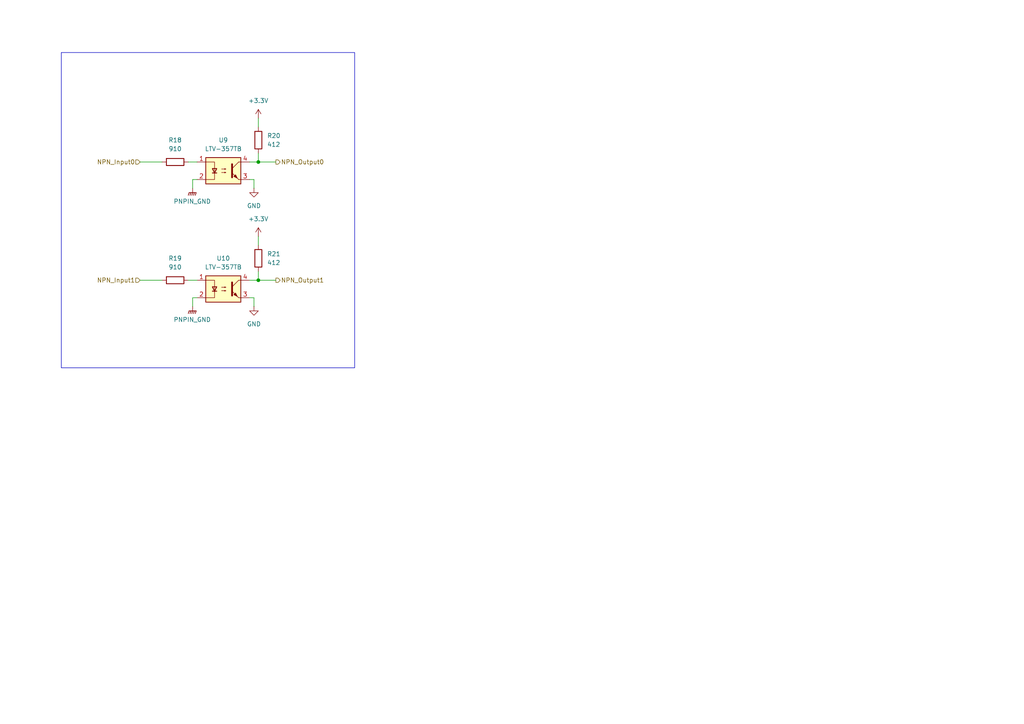
<source format=kicad_sch>
(kicad_sch (version 20250114) (generator "eeschema") (generator_version "9.0")
  (paper "A4")
  (lib_symbols
    (symbol "Device:R" (pin_numbers (hide yes)) (pin_names (offset 0))
      (property "Reference" "R" (at 2.032 0 90))
      (property "Value" "R" (at 0 0 90))
      (symbol "R_0_1"
        (rectangle (start -1.016 -2.54) (end 1.016 2.54) (stroke (width 0.254)))
      )
      (symbol "R_1_1"
        (pin passive line (at 0 3.81 270) (length 1.27) (name "~") (number "1"))
        (pin passive line (at 0 -3.81 90) (length 1.27) (name "~") (number "2"))
      )
    )
    (symbol "Isolator:LTV-357T" (pin_names (offset 1.016))
      (property "Reference" "U" (at -5.334 4.826 0))
      (property "Value" "LTV-357T" (at 0 5.08 0))
      (symbol "LTV-357T_0_1"
        (rectangle (start -5.08 3.81) (end 5.08 -3.81) (stroke (width 0.254)) (fill (type background)))
        (polyline (pts (xy -5.08 2.54) (xy -2.54 2.54) (xy -2.54 -0.762)))
        (polyline (pts (xy -3.175 -0.635) (xy -1.905 -0.635)) (stroke (width 0.254)))
        (polyline (pts (xy -2.54 -0.635) (xy -2.54 -2.54) (xy -5.08 -2.54)))
        (polyline (pts (xy -2.54 -0.635) (xy -3.175 0.635) (xy -1.905 0.635) (xy -2.54 -0.635)) (stroke (width 0.254)))
        (polyline (pts (xy -0.508 0.508) (xy 0.762 0.508) (xy 0.381 0.381) (xy 0.381 0.635) (xy 0.762 0.508)))
        (polyline (pts (xy -0.508 -0.508) (xy 0.762 -0.508) (xy 0.381 -0.635) (xy 0.381 -0.381) (xy 0.762 -0.508)))
        (polyline (pts (xy 2.54 1.905) (xy 2.54 -1.905) (xy 2.54 -1.905)) (stroke (width 0.508)))
        (polyline (pts (xy 2.54 0.635) (xy 4.445 2.54)))
        (polyline (pts (xy 3.048 -1.651) (xy 3.556 -1.143) (xy 4.064 -2.159) (xy 3.048 -1.651) (xy 3.048 -1.651)) (fill (type outline)))
        (polyline (pts (xy 4.445 2.54) (xy 5.08 2.54)))
        (polyline (pts (xy 4.445 -2.54) (xy 2.54 -0.635)) (fill (type outline)))
        (polyline (pts (xy 4.445 -2.54) (xy 5.08 -2.54)))
      )
      (symbol "LTV-357T_1_1"
        (pin passive line (at -7.62 2.54 0) (length 2.54) (name "~") (number "1"))
        (pin passive line (at -7.62 -2.54 0) (length 2.54) (name "~") (number "2"))
        (pin passive line (at 7.62 2.54 180) (length 2.54) (name "~") (number "4"))
        (pin passive line (at 7.62 -2.54 180) (length 2.54) (name "~") (number "3"))
      )
    )
    (symbol "power:+3.3V" (power) (pin_numbers (hide yes)) (pin_names (offset 0) (hide yes))
      (property "Value" "+3.3V" (at 0 3.556 0))
      (symbol "+3.3V_0_1"
        (polyline (pts (xy -0.762 1.27) (xy 0 2.54)))
        (polyline (pts (xy 0 2.54) (xy 0.762 1.27)))
        (polyline (pts (xy 0 0) (xy 0 2.54)))
      )
      (symbol "+3.3V_1_1"
        (pin power_in line (at 0 0 90) (length 0) (name "~") (number "1"))
      )
    )
    (symbol "power:GND" (power) (pin_numbers (hide yes)) (pin_names (offset 0) (hide yes))
      (property "Value" "GND" (at 0 -3.81 0))
      (symbol "GND_0_1"
        (polyline (pts (xy 0 0) (xy 0 -1.27) (xy 1.27 -1.27) (xy 0 -2.54) (xy -1.27 -1.27) (xy 0 -1.27)))
      )
      (symbol "GND_1_1"
        (pin power_in line (at 0 0 270) (length 0) (name "~") (number "1"))
      )
    )
    (symbol "power:GNDPWR" (power) (pin_numbers (hide yes)) (pin_names (offset 0) (hide yes))
      (property "Value" "GNDPWR" (at 0 -3.302 0))
      (symbol "GNDPWR_0_1"
        (polyline (pts (xy -1.016 -1.27) (xy -1.27 -2.032) (xy -1.27 -2.032)) (stroke (width 0.2032)))
        (polyline (pts (xy -0.508 -1.27) (xy -0.762 -2.032) (xy -0.762 -2.032)) (stroke (width 0.2032)))
        (polyline (pts (xy 0 -1.27) (xy 0 0)))
        (polyline (pts (xy 0 -1.27) (xy -0.254 -2.032) (xy -0.254 -2.032)) (stroke (width 0.2032)))
        (polyline (pts (xy 0.508 -1.27) (xy 0.254 -2.032) (xy 0.254 -2.032)) (stroke (width 0.2032)))
        (polyline (pts (xy 1.016 -1.27) (xy -1.016 -1.27) (xy -1.016 -1.27)) (stroke (width 0.2032)))
        (polyline (pts (xy 1.016 -1.27) (xy 0.762 -2.032) (xy 0.762 -2.032) (xy 0.762 -2.032)) (stroke (width 0.2032)))
      )
      (symbol "GNDPWR_1_1"
        (pin power_in line (at 0 0 270) (length 0) (name "~") (number "1"))
      )
    )
  )
  (rectangle (start 17.78 15.24) (end 102.87 106.68))
  (junction (at 74.93 46.99))
  (junction (at 74.93 81.28))
  (wire (pts (xy 72.39 46.99) (xy 74.93 46.99)))
  (wire (pts (xy 54.61 46.99) (xy 57.15 46.99)))
  (wire (pts (xy 72.39 86.36) (xy 73.66 86.36)))
  (wire (pts (xy 55.88 52.07) (xy 57.15 52.07)))
  (wire (pts (xy 72.39 81.28) (xy 74.93 81.28)))
  (wire (pts (xy 74.93 46.99) (xy 74.93 44.45)))
  (wire (pts (xy 74.93 81.28) (xy 74.93 78.74)))
  (wire (pts (xy 55.88 86.36) (xy 57.15 86.36)))
  (wire (pts (xy 40.64 81.28) (xy 46.99 81.28)))
  (wire (pts (xy 54.61 81.28) (xy 57.15 81.28)))
  (wire (pts (xy 55.88 54.61) (xy 55.88 52.07)))
  (wire (pts (xy 73.66 54.61) (xy 73.66 52.07)))
  (wire (pts (xy 74.93 46.99) (xy 80.01 46.99)))
  (wire (pts (xy 40.64 46.99) (xy 46.99 46.99)))
  (wire (pts (xy 72.39 52.07) (xy 73.66 52.07)))
  (wire (pts (xy 74.93 34.29) (xy 74.93 36.83)))
  (wire (pts (xy 74.93 68.58) (xy 74.93 71.12)))
  (wire (pts (xy 73.66 88.9) (xy 73.66 86.36)))
  (wire (pts (xy 55.88 88.9) (xy 55.88 86.36)))
  (wire (pts (xy 74.93 81.28) (xy 80.01 81.28)))
  (hierarchical_label "NPN_Input0" (shape input) (at 40.64 46.99 180))
  (hierarchical_label "NPN_Output0" (shape output) (at 80.01 46.99 0))
  (hierarchical_label "NPN_Output1" (shape output) (at 80.01 81.28 0))
  (hierarchical_label "NPN_Input1" (shape input) (at 40.64 81.28 180))
  (symbol (lib_id "Device:R") (at 50.8 81.28 90) (unit 1)
    (property "Reference" "R19" (at 50.8 74.93 90))
    (property "Value" "910" (at 50.8 77.47 90))
    (property "Footprint" "Resistor_SMD:R_0603_1608Metric" (effects (hide yes)))
    (property "Description" "Resistor" (effects (hide yes)))
    (property "LCSC#" "C114670" (effects (hide yes)))
  )
  (symbol (lib_id "Device:R") (at 74.93 40.64 180) (unit 1)
    (property "Reference" "R20" (at 77.47 39.3699 0) (effects (justify right)))
    (property "Value" "412" (at 77.47 41.9099 0) (effects (justify right)))
    (property "Description" "Resistor" (effects (hide yes)))
  )
  (symbol (lib_id "power:GNDPWR") (at 55.88 54.61 0) (unit 1)
    (property "Reference" "#PWR022" (effects (hide yes)))
    (property "Value" "PNPIN_GND" (at 55.753 58.42 0))
    (property "Description" "Power symbol creates a global label with name \"GNDPWR\" , global ground" (effects (hide yes)))
  )
  (symbol (lib_id "Isolator:LTV-357T") (at 64.77 83.82 0) (unit 1)
    (property "Reference" "U10" (at 64.77 74.93 0))
    (property "Value" "LTV-357TB" (at 64.77 77.47 0))
    (property "Footprint" "Package_SO:SO-4_4.4x3.6mm_P2.54mm" (effects (hide yes)))
    (property "Datasheet" "https://www.buerklin.com/medias/sys_master/download/download/h91/ha0/8892020588574.pdf" (effects (hide yes)))
    (property "Description" "DC Optocoupler, Vce 35V, CTR 50%, SO-4" (effects (hide yes)))
  )
  (symbol (lib_id "power:+3.3V") (at 74.93 34.29 0) (unit 1)
    (property "Reference" "#PWR044" (effects (hide yes)))
    (property "Value" "+3.3V" (at 74.93 29.21 0))
    (property "Description" "Power symbol creates a global label with name \"+3.3V\"" (effects (hide yes)))
  )
  (symbol (lib_id "Isolator:LTV-357T") (at 64.77 49.53 0) (unit 1)
    (property "Reference" "U9" (at 64.77 40.64 0))
    (property "Value" "LTV-357TB" (at 64.77 43.18 0))
    (property "Footprint" "Package_SO:SO-4_4.4x3.6mm_P2.54mm" (effects (hide yes)))
    (property "Datasheet" "https://www.buerklin.com/medias/sys_master/download/download/h91/ha0/8892020588574.pdf" (effects (hide yes)))
    (property "Description" "DC Optocoupler, Vce 35V, CTR 50%, SO-4" (effects (hide yes)))
  )
  (symbol (lib_id "power:GND") (at 73.66 54.61 0) (unit 1)
    (property "Reference" "#PWR042" (effects (hide yes)))
    (property "Value" "GND" (at 73.66 59.69 0))
    (property "Description" "Power symbol creates a global label with name \"GND\" , ground" (effects (hide yes)))
  )
  (symbol (lib_id "Device:R") (at 74.93 74.93 180) (unit 1)
    (property "Reference" "R21" (at 77.47 73.6599 0) (effects (justify right)))
    (property "Value" "412" (at 77.47 76.1999 0) (effects (justify right)))
    (property "Description" "Resistor" (effects (hide yes)))
  )
  (symbol (lib_id "power:GNDPWR") (at 55.88 88.9 0) (unit 1)
    (property "Reference" "#PWR025" (effects (hide yes)))
    (property "Value" "PNPIN_GND" (at 55.753 92.71 0))
    (property "Description" "Power symbol creates a global label with name \"GNDPWR\" , global ground" (effects (hide yes)))
  )
  (symbol (lib_id "power:+3.3V") (at 74.93 68.58 0) (unit 1)
    (property "Reference" "#PWR045" (effects (hide yes)))
    (property "Value" "+3.3V" (at 74.93 63.5 0))
    (property "Description" "Power symbol creates a global label with name \"+3.3V\"" (effects (hide yes)))
  )
  (symbol (lib_id "power:GND") (at 73.66 88.9 0) (unit 1)
    (property "Reference" "#PWR043" (effects (hide yes)))
    (property "Value" "GND" (at 73.66 93.98 0))
    (property "Description" "Power symbol creates a global label with name \"GND\" , ground" (effects (hide yes)))
  )
  (symbol (lib_id "Device:R") (at 50.8 46.99 90) (unit 1)
    (property "Reference" "R18" (at 50.8 40.64 90))
    (property "Value" "910" (at 50.8 43.18 90))
    (property "Footprint" "Resistor_SMD:R_0603_1608Metric" (effects (hide yes)))
    (property "Description" "Resistor" (effects (hide yes)))
    (property "LCSC#" "C114670" (effects (hide yes)))
  )
)
</source>
